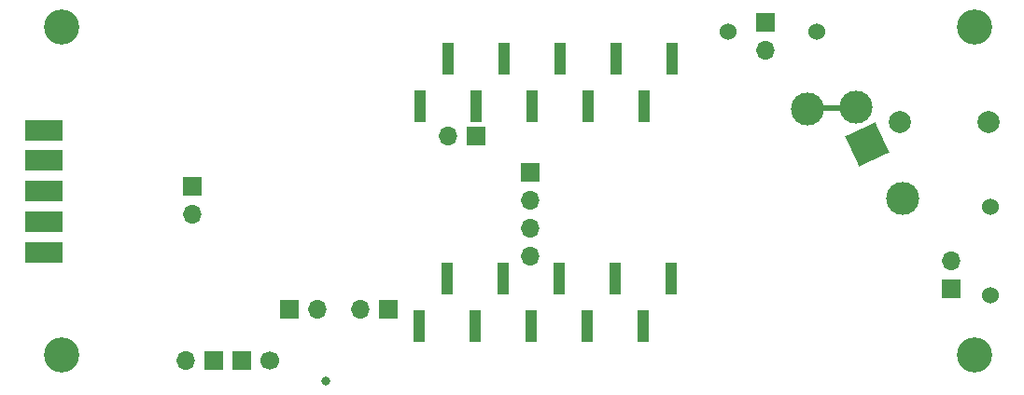
<source format=gbs>
%TF.GenerationSoftware,KiCad,Pcbnew,(6.0.4-0)*%
%TF.CreationDate,2022-07-12T16:50:52-04:00*%
%TF.ProjectId,NanoFox80,4e616e6f-466f-4783-9830-2e6b69636164,rev?*%
%TF.SameCoordinates,Original*%
%TF.FileFunction,Soldermask,Bot*%
%TF.FilePolarity,Negative*%
%FSLAX46Y46*%
G04 Gerber Fmt 4.6, Leading zero omitted, Abs format (unit mm)*
G04 Created by KiCad (PCBNEW (6.0.4-0)) date 2022-07-12 16:50:52*
%MOMM*%
%LPD*%
G01*
G04 APERTURE LIST*
G04 Aperture macros list*
%AMRotRect*
0 Rectangle, with rotation*
0 The origin of the aperture is its center*
0 $1 length*
0 $2 width*
0 $3 Rotation angle, in degrees counterclockwise*
0 Add horizontal line*
21,1,$1,$2,0,0,$3*%
G04 Aperture macros list end*
%ADD10R,1.700000X1.700000*%
%ADD11O,1.700000X1.700000*%
%ADD12C,0.800000*%
%ADD13C,3.200000*%
%ADD14C,1.524000*%
%ADD15C,0.600000*%
%ADD16C,2.000000*%
%ADD17C,1.700000*%
%ADD18C,3.000000*%
%ADD19R,5.760000X0.595000*%
%ADD20RotRect,3.000000X3.000000X25.000000*%
%ADD21R,3.480000X1.846667*%
%ADD22R,1.000000X3.000000*%
G04 APERTURE END LIST*
D10*
%TO.C,TP101*%
X126100000Y-72760000D03*
D11*
X126100000Y-75300000D03*
X126100000Y-77840000D03*
X126100000Y-80380000D03*
%TD*%
D10*
%TO.C,BT101*%
X95510000Y-74030000D03*
D11*
X95510000Y-76570000D03*
%TD*%
D12*
%TO.C,SW101*%
X107620000Y-91780000D03*
%TD*%
D13*
%TO.C,REF\u002A\u002A*%
X166400000Y-59600000D03*
%TD*%
D10*
%TO.C,AE101*%
X164350000Y-83365000D03*
D11*
X164350000Y-80825000D03*
%TD*%
D14*
%TO.C,W102*%
X167890000Y-75960000D03*
D15*
X167890000Y-75960000D03*
D14*
X167890000Y-83960000D03*
D15*
X167890000Y-83960000D03*
%TD*%
D13*
%TO.C,REF\u002A\u002A*%
X166400000Y-89400000D03*
%TD*%
D10*
%TO.C,J112*%
X104260000Y-85210000D03*
D11*
X106800000Y-85210000D03*
%TD*%
D14*
%TO.C,W101*%
X144120000Y-60040000D03*
D15*
X144120000Y-60040000D03*
X152120000Y-60040000D03*
D14*
X152120000Y-60040000D03*
%TD*%
D16*
%TO.C,C115*%
X167725000Y-68270000D03*
X159675000Y-68270000D03*
%TD*%
D10*
%TO.C,J113*%
X113260000Y-85280000D03*
D11*
X110720000Y-85280000D03*
%TD*%
D13*
%TO.C,REF\u002A\u002A*%
X83600000Y-89400000D03*
%TD*%
D10*
%TO.C,J115*%
X121190000Y-69475000D03*
D11*
X118650000Y-69475000D03*
%TD*%
D10*
%TO.C,J101*%
X147460000Y-59140000D03*
D11*
X147460000Y-61680000D03*
%TD*%
D13*
%TO.C,REF\u002A\u002A*%
X83600000Y-59600000D03*
%TD*%
D17*
%TO.C,MOD1*%
X102540000Y-89880000D03*
D10*
X100000000Y-89880000D03*
X97460000Y-89880000D03*
D11*
X94920000Y-89880000D03*
%TD*%
D18*
%TO.C,L101*%
X159907500Y-75185000D03*
X151247500Y-67065000D03*
X155657500Y-66905000D03*
D19*
X153557500Y-66975000D03*
D20*
X156737500Y-70265000D03*
%TD*%
D21*
%TO.C,J111*%
X82000000Y-68960000D03*
X82000000Y-71730000D03*
X82000000Y-74500000D03*
X82000000Y-77270000D03*
X82000000Y-80040000D03*
%TD*%
D22*
%TO.C,MOD201*%
X116110000Y-66790000D03*
X118650000Y-62490000D03*
X121190000Y-66790000D03*
X123730000Y-62490000D03*
X126270000Y-66790000D03*
X128810000Y-62490000D03*
X131350000Y-66790000D03*
X133890000Y-62490000D03*
X136430000Y-66790000D03*
X138970000Y-62490000D03*
X138944600Y-82484900D03*
X136404600Y-86784900D03*
X133864600Y-82484900D03*
X131324600Y-86784900D03*
X128784600Y-82484900D03*
X126244600Y-86784900D03*
X123704600Y-82484900D03*
X121164600Y-86784900D03*
X118624600Y-82484900D03*
X116084600Y-86784900D03*
%TD*%
M02*

</source>
